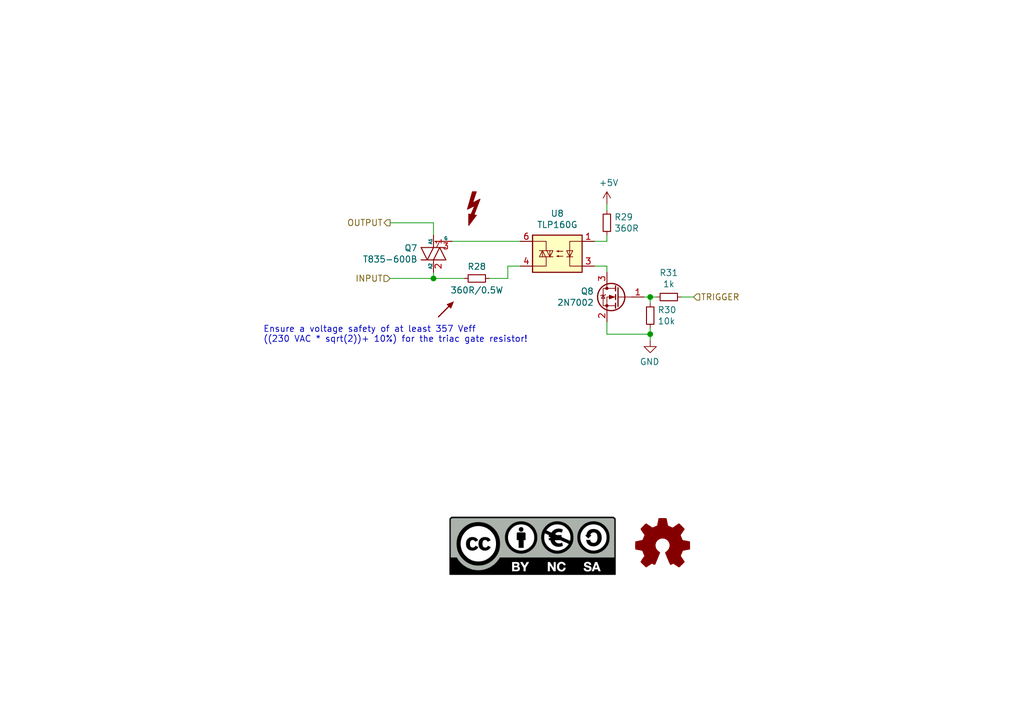
<source format=kicad_sch>
(kicad_sch (version 20201015) (generator eeschema)
  (paper "A5")
  (title_block (title "MadPresso controller") (date "2020-11-18") (rev "1.2"))
  (lib_symbols
    (symbol "Device:R_Small" (pin_numbers hide) (pin_names (offset 0.254) hide)
      (property "Reference" "R" (at 0.762 0.508 0))
      (property "Value" "R_Small" (at 0.762 -1.016 0))
      (symbol "R_Small_0_1"
        (rectangle (start -0.762 1.778) (end 0.762 -1.778) (stroke (width 0.2032)))
      )
      (symbol "R_Small_1_1"
        (pin passive line (at 0 2.54 270) (length 0.762) (name "~") (number "1"))
        (pin passive line (at 0 -2.54 90) (length 0.762) (name "~") (number "2"))
      )
    )
    (symbol "Graphic:Logo_Open_Hardware_Small" (pin_names (offset 1.016))
      (symbol "Logo_Open_Hardware_Small_0_1"
        (polyline (pts (xy 3.3528 -4.3434) (xy 3.302 -4.318) (xy 3.175 -4.2418) (xy 2.9972 -4.1148) (xy 2.7686 -3.9624) (xy 2.54 -3.81) (xy 2.3622 -3.7084) (xy 2.2352 -3.6068) (xy 2.1844 -3.5814) (xy 2.159 -3.6068) (xy 2.0574 -3.6576) (xy 1.905 -3.7338) (xy 1.8034 -3.7846) (xy 1.6764 -3.8354) (xy 1.6002 -3.8354) (xy 1.6002 -3.8354) (xy 1.5494 -3.7338) (xy 1.4732 -3.5306) (xy 1.3462 -3.302) (xy 1.2446 -3.0226) (xy 1.1176 -2.7178) (xy 0.9652 -2.413) (xy 0.8636 -2.1082) (xy 0.7366 -1.8288) (xy 0.6604 -1.6256) (xy 0.6096 -1.4732) (xy 0.5842 -1.397) (xy 0.5842 -1.397) (xy 0.6604 -1.3208) (xy 0.7874 -1.2446) (xy 1.0414 -1.016) (xy 1.2954 -0.6858) (xy 1.4478 -0.3302) (xy 1.524 0.0762) (xy 1.4732 0.4572) (xy 1.3208 0.8128) (xy 1.0668 1.143) (xy 0.762 1.3716) (xy 0.4064 1.524) (xy 0 1.5748) (xy -0.381 1.5494) (xy -0.7366 1.397) (xy -1.0668 1.143) (xy -1.2192 0.9906) (xy -1.397 0.6604) (xy -1.524 0.3048) (xy -1.524 0.2286) (xy -1.4986 -0.1778) (xy -1.397 -0.5334) (xy -1.1938 -0.8636) (xy -0.9144 -1.143) (xy -0.8636 -1.1684) (xy -0.7366 -1.27) (xy -0.635 -1.3462) (xy -0.5842 -1.397) (xy -1.0668 -2.5908) (xy -1.143 -2.794) (xy -1.2954 -3.1242) (xy -1.397 -3.4036) (xy -1.4986 -3.6322) (xy -1.5748 -3.7846) (xy -1.6002 -3.8354) (xy -1.6002 -3.8354) (xy -1.651 -3.8354) (xy -1.7272 -3.81) (xy -1.905 -3.7338) (xy -2.0066 -3.683) (xy -2.1336 -3.6068) (xy -2.2098 -3.5814) (xy -2.2606 -3.6068) (xy -2.3622 -3.683) (xy -2.54 -3.81) (xy -2.7686 -3.9624) (xy -2.9718 -4.0894) (xy -3.1496 -4.2164) (xy -3.302 -4.318) (xy -3.3528 -4.3434) (xy -3.3782 -4.3434) (xy -3.429 -4.318) (xy -3.5306 -4.2164) (xy -3.7084 -4.064) (xy -3.937 -3.8354) (xy -3.9624 -3.81) (xy -4.1656 -3.6068) (xy -4.318 -3.4544) (xy -4.4196 -3.3274) (xy -4.445 -3.2766) (xy -4.445 -3.2766) (xy -4.4196 -3.2258) (xy -4.318 -3.0734) (xy -4.2164 -2.8956) (xy -4.064 -2.667) (xy -3.6576 -2.0828) (xy -3.8862 -1.5494) (xy -3.937 -1.3716) (xy -4.0386 -1.1684) (xy -4.0894 -1.0414) (xy -4.1148 -0.9652) (xy -4.191 -0.9398) (xy -4.318 -0.9144) (xy -4.5466 -0.8636) (xy -4.8006 -0.8128) (xy -5.0546 -0.7874) (xy -5.2578 -0.7366) (xy -5.4356 -0.7112) (xy -5.5118 -0.6858) (xy -5.5118 -0.6858) (xy -5.5372 -0.635) (xy -5.5372 -0.5588) (xy -5.5372 -0.4318) (xy -5.5626 -0.2286) (xy -5.5626 0.0762) (xy -5.5626 0.127) (xy -5.5372 0.4064) (xy -5.5372 0.635) (xy -5.5372 0.762) (xy -5.5372 0.8382) (xy -5.5372 0.8382) (xy -5.461 0.8382) (xy -5.3086 0.889) (xy -5.08 0.9144) (xy -4.826 0.9652) (xy -4.8006 0.9906) (xy -4.5466 1.0414) (xy -4.318 1.0668) (xy -4.1656 1.1176) (xy -4.0894 1.143) (xy -4.0894 1.143) (xy -4.0386 1.2446) (xy -3.9624 1.4224) (xy -3.8608 1.6256) (xy -3.7846 1.8288) (xy -3.7084 2.0066) (xy -3.6576 2.159) (xy -3.6322 2.2098) (xy -3.6322 2.2098) (xy -3.683 2.286) (xy -3.7592 2.413) (xy -3.8862 2.5908) (xy -4.064 2.8194) (xy -4.064 2.8448) (xy -4.2164 3.0734) (xy -4.3434 3.2512) (xy -4.4196 3.3782) (xy -4.445 3.4544) (xy -4.445 3.4544) (xy -4.3942 3.5052) (xy -4.2926 3.6322) (xy -4.1148 3.81) (xy -3.937 4.0132) (xy -3.8608 4.064) (xy -3.6576 4.2926) (xy -3.5052 4.4196) (xy -3.4036 4.4958) (xy -3.3528 4.5212) (xy -3.3528 4.5212) (xy -3.302 4.4704) (xy -3.1496 4.3688) (xy -2.9718 4.2418) (xy -2.7432 4.0894) (xy -2.7178 4.0894) (xy -2.4892 3.937) (xy -2.3114 3.81) (xy -2.1844 3.7084) (xy -2.1336 3.683) (xy -2.1082 3.683) (xy -2.032 3.7084) (xy -1.8542 3.7592) (xy -1.6764 3.8354) (xy -1.4732 3.937) (xy -1.27 4.0132) (xy -1.143 4.064) (xy -1.0668 4.1148) (xy -1.0668 4.1148) (xy -1.0414 4.191) (xy -1.016 4.3434) (xy -0.9652 4.572) (xy -0.9144 4.8514) (xy -0.889 4.9022) (xy -0.8382 5.1562) (xy -0.8128 5.3848) (xy -0.7874 5.5372) (xy -0.762 5.588) (xy -0.7112 5.6134) (xy -0.5842 5.6134) (xy -0.4064 5.6134) (xy -0.1524 5.6134) (xy 0.0762 5.6134) (xy 0.3302 5.6134) (xy 0.5334 5.6134) (xy 0.6858 5.588) (xy 0.7366 5.588) (xy 0.7366 5.588) (xy 0.762 5.5118) (xy 0.8128 5.334) (xy 0.8382 5.1054) (xy 0.9144 4.826) (xy 0.9144 4.7752) (xy 0.9652 4.5212) (xy 1.016 4.2926) (xy 1.0414 4.1402) (xy 1.0668 4.0894) (xy 1.0668 4.0894) (xy 1.1938 4.0386) (xy 1.3716 3.9624) (xy 1.5748 3.8608) (xy 2.0828 3.6576) (xy 2.7178 4.0894) (xy 2.7686 4.1402) (xy 2.9972 4.2926) (xy 3.175 4.4196) (xy 3.302 4.4958) (xy 3.3782 4.5212) (xy 3.3782 4.5212) (xy 3.429 4.4704) (xy 3.556 4.3434) (xy 3.7338 4.191) (xy 3.9116 3.9878) (xy 4.064 3.8354) (xy 4.2418 3.6576) (xy 4.3434 3.556) (xy 4.4196 3.4798) (xy 4.4196 3.429) (xy 4.4196 3.4036) (xy 4.3942 3.3274) (xy 4.2926 3.2004) (xy 4.1656 2.9972) (xy 4.0132 2.794) (xy 3.8862 2.5908) (xy 3.7592 2.3876) (xy 3.6576 2.2352) (xy 3.6322 2.159) (xy 3.6322 2.1336) (xy 3.683 2.0066) (xy 3.7592 1.8288) (xy 3.8608 1.6002) (xy 4.064 1.1176) (xy 4.3942 1.0414) (xy 4.5974 1.016) (xy 4.8768 0.9652) (xy 5.1308 0.9144) (xy 5.5372 0.8382) (xy 5.5626 -0.6604) (xy 5.4864 -0.6858) (xy 5.4356 -0.6858) (xy 5.2832 -0.7366) (xy 5.0546 -0.762) (xy 4.8006 -0.8128) (xy 4.5974 -0.8636) (xy 4.3688 -0.9144) (xy 4.2164 -0.9398) (xy 4.1402 -0.9398) (xy 4.1148 -0.9652) (xy 4.064 -1.0668) (xy 3.9878 -1.2446) (xy 3.9116 -1.4478) (xy 3.81 -1.651) (xy 3.7338 -1.8542) (xy 3.683 -2.0066) (xy 3.6576 -2.0828) (xy 3.683 -2.1336) (xy 3.7846 -2.2606) (xy 3.8862 -2.4638) (xy 4.0386 -2.667) (xy 4.191 -2.8956) (xy 4.318 -3.0734) (xy 4.3942 -3.2004) (xy 4.445 -3.2766) (xy 4.4196 -3.3274) (xy 4.3434 -3.429) (xy 4.1656 -3.5814) (xy 3.937 -3.8354) (xy 3.8862 -3.8608) (xy 3.683 -4.064) (xy 3.5306 -4.2164) (xy 3.4036 -4.318) (xy 3.3528 -4.3434)) (fill (type outline)))
      )
    )
    (symbol "Graphic:SYM_Arrow45_Small" (pin_names (offset 1.016))
      (symbol "SYM_Arrow45_Small_0_1"
        (polyline (pts (xy 1.27 -1.27) (xy -1.524 1.524)) (stroke (width 0.254)))
        (polyline (pts (xy 1.524 -1.524) (xy 0.254 -1.016) (xy 1.016 -0.254) (xy 1.524 -1.524)) (fill (type outline)))
      )
    )
    (symbol "Graphic:SYM_Flash_Small" (pin_names (offset 1.016))
      (symbol "SYM_Flash_Small_0_1"
        (polyline (pts (xy 0.508 -1.016) (xy -1.016 -0.762) (xy -1.016 -3.048) (xy 0.508 -1.016)) (stroke (width 0.2032)) (fill (type outline)))
        (polyline (pts (xy -0.254 3.81) (xy 0.508 3.81) (xy -0.254 1.524) (xy 1.27 2.286) (xy 0 -1.016) (xy -0.508 -0.762) (xy 0.254 1.016) (xy -1.27 0.254) (xy -0.254 3.81)) (stroke (width 0.2032)) (fill (type outline)))
      )
    )
    (symbol "Relay_SolidState:TLP160G"
      (property "Reference" "U" (at -5.08 5.08 0))
      (property "Value" "TLP160G" (at -5.08 -5.08 0))
      (symbol "TLP160G_0_1"
        (rectangle (start -5.08 3.81) (end 5.08 -3.81) (stroke (width 0.254)) (fill (type background)))
        (polyline (pts (xy -3.175 -0.635) (xy -1.905 -0.635)))
        (polyline (pts (xy 1.524 -0.635) (xy 1.524 0.635)))
        (polyline (pts (xy 3.048 0.635) (xy 3.048 -0.635)))
        (polyline (pts (xy 2.286 -0.635) (xy 2.286 -2.54) (xy 5.08 -2.54)))
        (polyline (pts (xy 2.286 0.635) (xy 2.286 2.54) (xy 5.08 2.54)))
        (polyline (pts (xy -5.08 2.54) (xy -2.54 2.54) (xy -2.54 -2.54) (xy -5.08 -2.54)))
        (polyline (pts (xy -2.54 -0.635) (xy -3.175 0.635) (xy -1.905 0.635) (xy -2.54 -0.635)))
        (polyline (pts (xy 0.889 -0.635) (xy 3.683 -0.635) (xy 3.048 0.635) (xy 2.413 -0.635)))
        (polyline (pts (xy 3.683 0.635) (xy 0.889 0.635) (xy 1.524 -0.635) (xy 2.159 0.635)))
        (polyline (pts (xy -1.143 -0.508) (xy 0.127 -0.508) (xy -0.254 -0.635) (xy -0.254 -0.381) (xy 0.127 -0.508)))
        (polyline (pts (xy -1.143 0.508) (xy 0.127 0.508) (xy -0.254 0.381) (xy -0.254 0.635) (xy 0.127 0.508)))
      )
      (symbol "TLP160G_1_1"
        (pin passive line (at -7.62 2.54 0) (length 2.54) (name "~") (number "1"))
        (pin passive line (at -7.62 -2.54 0) (length 2.54) (name "~") (number "3"))
        (pin passive line (at 7.62 -2.54 180) (length 2.54) (name "~") (number "4"))
        (pin passive line (at 7.62 2.54 180) (length 2.54) (name "~") (number "6"))
      )
    )
    (symbol "Transistor_FET:2N7002" (pin_names hide)
      (property "Reference" "Q" (at 5.08 1.905 0))
      (property "Value" "2N7002" (at 5.08 0 0))
      (symbol "2N7002_0_1"
        (circle (center 1.651 0) (radius 2.794) (stroke (width 0.254)))
        (circle (center 2.54 -1.778) (radius 0.254) (fill (type outline)))
        (circle (center 2.54 1.778) (radius 0.254) (fill (type outline)))
        (polyline (pts (xy 0.254 0) (xy -2.54 0)))
        (polyline (pts (xy 0.254 1.905) (xy 0.254 -1.905)) (stroke (width 0.254)))
        (polyline (pts (xy 0.762 -1.27) (xy 0.762 -2.286)) (stroke (width 0.254)))
        (polyline (pts (xy 0.762 0.508) (xy 0.762 -0.508)) (stroke (width 0.254)))
        (polyline (pts (xy 0.762 2.286) (xy 0.762 1.27)) (stroke (width 0.254)))
        (polyline (pts (xy 2.54 2.54) (xy 2.54 1.778)))
        (polyline (pts (xy 2.54 -2.54) (xy 2.54 0) (xy 0.762 0)))
        (polyline (pts (xy 0.762 -1.778) (xy 3.302 -1.778) (xy 3.302 1.778) (xy 0.762 1.778)))
        (polyline (pts (xy 1.016 0) (xy 2.032 0.381) (xy 2.032 -0.381) (xy 1.016 0)) (fill (type outline)))
        (polyline (pts (xy 2.794 0.508) (xy 2.921 0.381) (xy 3.683 0.381) (xy 3.81 0.254)))
        (polyline (pts (xy 3.302 0.381) (xy 2.921 -0.254) (xy 3.683 -0.254) (xy 3.302 0.381)))
      )
      (symbol "2N7002_1_1"
        (pin input line (at -5.08 0 0) (length 2.54) (name "G") (number "1"))
        (pin passive line (at 2.54 -5.08 90) (length 2.54) (name "S") (number "2"))
        (pin passive line (at 2.54 5.08 270) (length 2.54) (name "D") (number "3"))
      )
    )
    (symbol "Triac_Thyristor:BT138-600" (pin_names (offset 0))
      (property "Reference" "Q" (at 5.08 1.905 0))
      (property "Value" "BT138-600" (at 5.08 0 0))
      (symbol "BT138-600_0_1"
        (polyline (pts (xy -2.54 -1.27) (xy 2.54 -1.27)) (stroke (width 0.2032)))
        (polyline (pts (xy -2.54 1.27) (xy 2.54 1.27)) (stroke (width 0.2032)))
        (polyline (pts (xy -1.27 -2.54) (xy -0.635 -1.27)))
        (polyline (pts (xy -2.54 1.27) (xy -1.27 -1.27) (xy 0 1.27)) (stroke (width 0.2032)))
        (polyline (pts (xy 0 -1.27) (xy 1.27 1.27) (xy 2.54 -1.27)) (stroke (width 0.2032)))
      )
      (symbol "BT138-600_1_1"
        (pin passive line (at 0 -3.81 90) (length 2.54) (name "A1") (number "1"))
        (pin passive line (at 0 3.81 270) (length 2.54) (name "A2") (number "2"))
        (pin input line (at -3.81 -2.54 0) (length 2.54) (name "G") (number "3"))
      )
    )
    (symbol "power:+5V" (power) (pin_names (offset 0))
      (property "Value" "+5V" (at 0 3.556 0))
      (symbol "+5V_0_1"
        (polyline (pts (xy -0.762 1.27) (xy 0 2.54)))
        (polyline (pts (xy 0 0) (xy 0 2.54)))
        (polyline (pts (xy 0 2.54) (xy 0.762 1.27)))
      )
      (symbol "+5V_1_1"
        (pin power_in line (at 0 0 90) (length 0) hide (name "+5V") (number "1"))
      )
    )
    (symbol "power:GND" (power) (pin_names (offset 0))
      (property "Value" "GND" (at 0 -3.81 0))
      (symbol "GND_0_1"
        (polyline (pts (xy 0 0) (xy 0 -1.27) (xy 1.27 -1.27) (xy 0 -2.54) (xy -1.27 -1.27) (xy 0 -1.27)))
      )
      (symbol "GND_1_1"
        (pin power_in line (at 0 0 270) (length 0) hide (name "GND") (number "1"))
      )
    )
  )
  (junction (at 88.9 57.15) (diameter 1.016))
  (junction (at 133.35 60.96) (diameter 1.016))
  (junction (at 133.35 68.58) (diameter 1.016))
  (wire (pts (xy 80.01 57.15) (xy 88.9 57.15)))
  (wire (pts (xy 88.9 45.72) (xy 80.01 45.72)))
  (wire (pts (xy 88.9 45.72) (xy 88.9 48.26)))
  (wire (pts (xy 88.9 57.15) (xy 88.9 55.88)))
  (wire (pts (xy 88.9 57.15) (xy 95.25 57.15)))
  (wire (pts (xy 92.71 49.53) (xy 106.68 49.53)))
  (wire (pts (xy 100.33 57.15) (xy 104.14 57.15)))
  (wire (pts (xy 104.14 54.61) (xy 104.14 57.15)))
  (wire (pts (xy 106.68 54.61) (xy 104.14 54.61)))
  (wire (pts (xy 121.92 49.53) (xy 124.46 49.53)))
  (wire (pts (xy 124.46 43.18) (xy 124.46 41.91)))
  (wire (pts (xy 124.46 49.53) (xy 124.46 48.26)))
  (wire (pts (xy 124.46 54.61) (xy 121.92 54.61)))
  (wire (pts (xy 124.46 55.88) (xy 124.46 54.61)))
  (wire (pts (xy 124.46 68.58) (xy 124.46 66.04)))
  (wire (pts (xy 133.35 60.96) (xy 132.08 60.96)))
  (wire (pts (xy 133.35 62.23) (xy 133.35 60.96)))
  (wire (pts (xy 133.35 67.31) (xy 133.35 68.58)))
  (wire (pts (xy 133.35 68.58) (xy 124.46 68.58)))
  (wire (pts (xy 133.35 68.58) (xy 133.35 69.85)))
  (wire (pts (xy 134.62 60.96) (xy 133.35 60.96)))
  (wire (pts (xy 139.7 60.96) (xy 142.24 60.96)))
  (image (at 109.22 112.014))
  (text "Ensure a voltage safety of at least 357 Veff\n((230 VAC * sqrt(2))+ 10%) for the triac gate resistor!" (at 53.975 70.485 0) (effects (font (size 1.27 1.27)) (justify left bottom)))
  (hierarchical_label "OUTPUT" (shape output) (at 80.01 45.72 180))
  (hierarchical_label "INPUT" (shape input) (at 80.01 57.15 180))
  (hierarchical_label "TRIGGER" (shape input) (at 142.24 60.96 0))
  (symbol (lib_id "power:+5V") (at 124.46 41.91 0) (unit 1)
    (property "Reference" "#PWR0107" (effects hide))
    (property "Value" "+5V" (at 124.841 37.5158 0))
  )
  (symbol (lib_id "power:GND") (at 133.35 69.85 0) (mirror y) (unit 1)
    (property "Reference" "#PWR0106" (effects hide))
    (property "Value" "GND" (at 133.223 74.2442 0))
  )
  (symbol (lib_id "Graphic:SYM_Arrow45_Small") (at 91.44 63.5 90) (unit 1)
    (property "Reference" "#SYM9" (effects hide))
    (property "Value" "SYM_Arrow45_Small" (effects hide))
  )
  (symbol (lib_id "Device:R_Small") (at 97.79 57.15 270) (unit 1)
    (property "Reference" "R28" (at 97.79 54.7116 90))
    (property "Value" "360R/0.5W" (at 97.79 59.563 90))
    (property "Footprint" "Resistor_SMD:R_1206_3216Metric_Pad1.30x1.75mm_HandSolder" (effects hide))
    (property "Datasheet" "https://docs.rs-online.com/ef78/0900766b812cb812.pdf" (effects hide))
    (property "Part" "Panasonic ERJP08F3600V" (effects hide))
  )
  (symbol (lib_id "Device:R_Small") (at 124.46 45.72 180) (unit 1)
    (property "Reference" "R29" (at 125.9586 44.5516 0) (effects (justify right)))
    (property "Value" "360R" (at 125.9586 46.863 0) (effects (justify right)))
    (property "Footprint" "Resistor_SMD:R_0603_1608Metric_Pad0.98x0.95mm_HandSolder" (effects hide))
  )
  (symbol (lib_id "Device:R_Small") (at 133.35 64.77 0) (unit 1)
    (property "Reference" "R30" (at 134.8486 63.6016 0) (effects (justify left)))
    (property "Value" "10k" (at 134.8486 65.913 0) (effects (justify left)))
    (property "Footprint" "Resistor_SMD:R_0603_1608Metric_Pad0.98x0.95mm_HandSolder" (effects hide))
  )
  (symbol (lib_id "Device:R_Small") (at 137.16 60.96 270) (unit 1)
    (property "Reference" "R31" (at 137.16 55.9816 90))
    (property "Value" "1k" (at 137.16 58.293 90))
    (property "Footprint" "Resistor_SMD:R_0603_1608Metric_Pad0.98x0.95mm_HandSolder" (effects hide))
  )
  (symbol (lib_id "Graphic:SYM_Flash_Small") (at 97.155 43.18 0) (unit 1)
    (property "Reference" "#SYM10" (effects hide))
    (property "Value" "SYM_Flash_Small" (effects hide))
  )
  (symbol (lib_id "Triac_Thyristor:BT138-600") (at 88.9 52.07 180) (unit 1)
    (property "Reference" "Q7" (at 85.6488 50.9016 0) (effects (justify left)))
    (property "Value" "T835-600B" (at 85.6488 53.213 0) (effects (justify left)))
    (property "Footprint" "Package_TO_SOT_SMD:TO-263-2" (effects hide))
    (property "Datasheet" "https://assets.nexperia.com/documents/data-sheet/BT138_SER_D_E.pdf" (effects hide))
  )
  (symbol (lib_id "Transistor_FET:2N7002") (at 127 60.96 0) (mirror y) (unit 1)
    (property "Reference" "Q8" (at 121.8184 59.7916 0) (effects (justify left)))
    (property "Value" "2N7002" (at 121.8184 62.103 0) (effects (justify left)))
    (property "Footprint" "Package_TO_SOT_SMD:SOT-23" (effects hide))
    (property "Datasheet" "https://www.onsemi.com/pub/Collateral/NDS7002A-D.PDF" (effects hide))
  )
  (symbol (lib_id "Graphic:Logo_Open_Hardware_Small") (at 135.89 112.014 0) (unit 1)
    (property "Reference" "#LOGO5" (effects hide))
    (property "Value" "Logo_Open_Hardware_Small" (effects hide))
  )
  (symbol (lib_id "Relay_SolidState:TLP160G") (at 114.3 52.07 0) (mirror y) (unit 1)
    (property "Reference" "U8" (at 114.3 43.815 0))
    (property "Value" "TLP160G" (at 114.3 46.1264 0))
    (property "Footprint" "Package_SO:MFSOP6-4_4.4x3.6mm_P1.27mm" (effects hide))
    (property "Datasheet" "https://toshiba.semicon-storage.com/info/docget.jsp?did=16916&prodName=TLP160G" (effects hide))
  )
)
</source>
